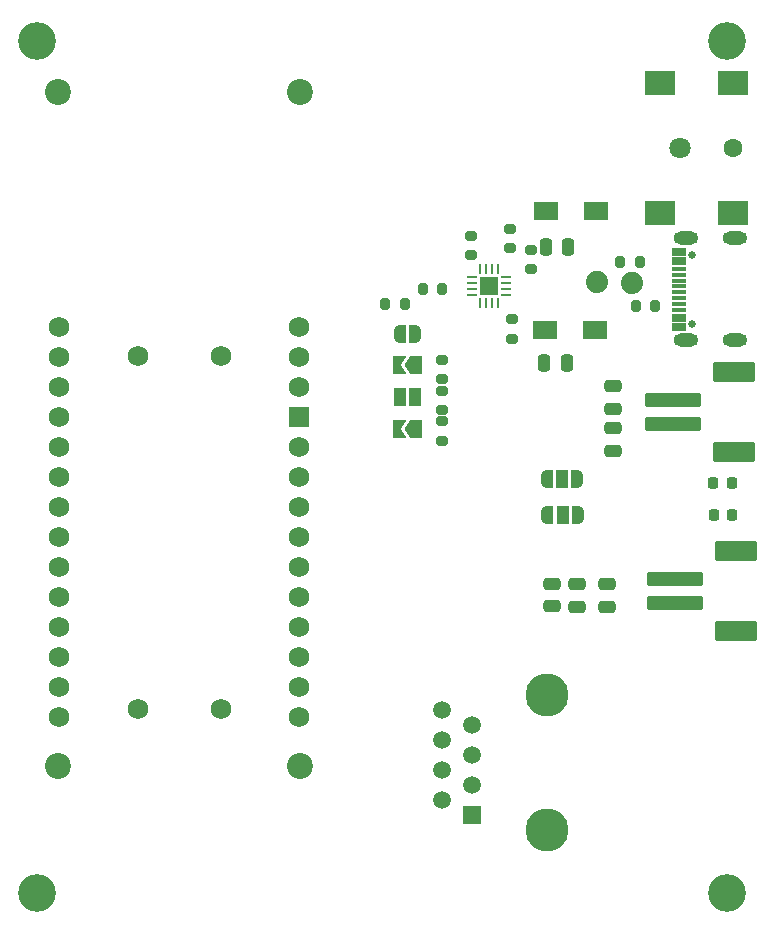
<source format=gbr>
%TF.GenerationSoftware,KiCad,Pcbnew,(6.0.8)*%
%TF.CreationDate,2023-04-21T18:27:59-07:00*%
%TF.ProjectId,Capstone_PCB,43617073-746f-46e6-955f-5043422e6b69,rev?*%
%TF.SameCoordinates,Original*%
%TF.FileFunction,Soldermask,Top*%
%TF.FilePolarity,Negative*%
%FSLAX46Y46*%
G04 Gerber Fmt 4.6, Leading zero omitted, Abs format (unit mm)*
G04 Created by KiCad (PCBNEW (6.0.8)) date 2023-04-21 18:27:59*
%MOMM*%
%LPD*%
G01*
G04 APERTURE LIST*
G04 Aperture macros list*
%AMRoundRect*
0 Rectangle with rounded corners*
0 $1 Rounding radius*
0 $2 $3 $4 $5 $6 $7 $8 $9 X,Y pos of 4 corners*
0 Add a 4 corners polygon primitive as box body*
4,1,4,$2,$3,$4,$5,$6,$7,$8,$9,$2,$3,0*
0 Add four circle primitives for the rounded corners*
1,1,$1+$1,$2,$3*
1,1,$1+$1,$4,$5*
1,1,$1+$1,$6,$7*
1,1,$1+$1,$8,$9*
0 Add four rect primitives between the rounded corners*
20,1,$1+$1,$2,$3,$4,$5,0*
20,1,$1+$1,$4,$5,$6,$7,0*
20,1,$1+$1,$6,$7,$8,$9,0*
20,1,$1+$1,$8,$9,$2,$3,0*%
%AMFreePoly0*
4,1,22,0.550000,-0.750000,0.000000,-0.750000,0.000000,-0.745033,-0.079941,-0.743568,-0.215256,-0.701293,-0.333266,-0.622738,-0.424486,-0.514219,-0.481581,-0.384460,-0.499164,-0.250000,-0.500000,-0.250000,-0.500000,0.250000,-0.499164,0.250000,-0.499963,0.256109,-0.478152,0.396186,-0.417904,0.524511,-0.324060,0.630769,-0.204165,0.706417,-0.067858,0.745374,0.000000,0.744959,0.000000,0.750000,
0.550000,0.750000,0.550000,-0.750000,0.550000,-0.750000,$1*%
%AMFreePoly1*
4,1,20,0.000000,0.744959,0.073905,0.744508,0.209726,0.703889,0.328688,0.626782,0.421226,0.519385,0.479903,0.390333,0.500000,0.250000,0.500000,-0.250000,0.499851,-0.262216,0.476331,-0.402017,0.414519,-0.529596,0.319384,-0.634700,0.198574,-0.708877,0.061801,-0.746166,0.000000,-0.745033,0.000000,-0.750000,-0.550000,-0.750000,-0.550000,0.750000,0.000000,0.750000,0.000000,0.744959,
0.000000,0.744959,$1*%
%AMFreePoly2*
4,1,6,1.000000,0.000000,0.500000,-0.750000,-0.500000,-0.750000,-0.500000,0.750000,0.500000,0.750000,1.000000,0.000000,1.000000,0.000000,$1*%
%AMFreePoly3*
4,1,6,0.500000,-0.750000,-0.650000,-0.750000,-0.150000,0.000000,-0.650000,0.750000,0.500000,0.750000,0.500000,-0.750000,0.500000,-0.750000,$1*%
%AMFreePoly4*
4,1,22,0.500000,-0.750000,0.000000,-0.750000,0.000000,-0.745033,-0.079941,-0.743568,-0.215256,-0.701293,-0.333266,-0.622738,-0.424486,-0.514219,-0.481581,-0.384460,-0.499164,-0.250000,-0.500000,-0.250000,-0.500000,0.250000,-0.499164,0.250000,-0.499963,0.256109,-0.478152,0.396186,-0.417904,0.524511,-0.324060,0.630769,-0.204165,0.706417,-0.067858,0.745374,0.000000,0.744959,0.000000,0.750000,
0.500000,0.750000,0.500000,-0.750000,0.500000,-0.750000,$1*%
%AMFreePoly5*
4,1,20,0.000000,0.744959,0.073905,0.744508,0.209726,0.703889,0.328688,0.626782,0.421226,0.519385,0.479903,0.390333,0.500000,0.250000,0.500000,-0.250000,0.499851,-0.262216,0.476331,-0.402017,0.414519,-0.529596,0.319384,-0.634700,0.198574,-0.708877,0.061801,-0.746166,0.000000,-0.745033,0.000000,-0.750000,-0.500000,-0.750000,-0.500000,0.750000,0.000000,0.750000,0.000000,0.744959,
0.000000,0.744959,$1*%
G04 Aperture macros list end*
%ADD10RoundRect,0.200000X0.275000X-0.200000X0.275000X0.200000X-0.275000X0.200000X-0.275000X-0.200000X0*%
%ADD11RoundRect,0.200000X0.200000X0.275000X-0.200000X0.275000X-0.200000X-0.275000X0.200000X-0.275000X0*%
%ADD12C,3.650000*%
%ADD13R,1.500000X1.500000*%
%ADD14C,1.500000*%
%ADD15RoundRect,0.250000X-0.475000X0.250000X-0.475000X-0.250000X0.475000X-0.250000X0.475000X0.250000X0*%
%ADD16C,1.879600*%
%ADD17C,3.200000*%
%ADD18FreePoly0,180.000000*%
%ADD19R,1.000000X1.500000*%
%ADD20FreePoly1,180.000000*%
%ADD21RoundRect,0.250000X0.475000X-0.250000X0.475000X0.250000X-0.475000X0.250000X-0.475000X-0.250000X0*%
%ADD22RoundRect,0.050800X-2.300000X0.500000X-2.300000X-0.500000X2.300000X-0.500000X2.300000X0.500000X0*%
%ADD23RoundRect,0.050800X-1.700000X-0.800000X1.700000X-0.800000X1.700000X0.800000X-1.700000X0.800000X0*%
%ADD24RoundRect,0.218750X-0.218750X-0.256250X0.218750X-0.256250X0.218750X0.256250X-0.218750X0.256250X0*%
%ADD25R,2.120000X1.500000*%
%ADD26C,1.727200*%
%ADD27RoundRect,0.250000X-0.250000X-0.475000X0.250000X-0.475000X0.250000X0.475000X-0.250000X0.475000X0*%
%ADD28FreePoly2,180.000000*%
%ADD29FreePoly3,180.000000*%
%ADD30RoundRect,0.200000X-0.275000X0.200000X-0.275000X-0.200000X0.275000X-0.200000X0.275000X0.200000X0*%
%ADD31C,1.800000*%
%ADD32C,1.600000*%
%ADD33RoundRect,0.050800X1.200000X1.000000X-1.200000X1.000000X-1.200000X-1.000000X1.200000X-1.000000X0*%
%ADD34FreePoly0,0.000000*%
%ADD35FreePoly1,0.000000*%
%ADD36FreePoly4,0.000000*%
%ADD37FreePoly5,0.000000*%
%ADD38C,2.200000*%
%ADD39R,1.727200X1.727200*%
%ADD40RoundRect,0.062500X0.062500X-0.375000X0.062500X0.375000X-0.062500X0.375000X-0.062500X-0.375000X0*%
%ADD41RoundRect,0.062500X0.375000X-0.062500X0.375000X0.062500X-0.375000X0.062500X-0.375000X-0.062500X0*%
%ADD42R,1.600000X1.600000*%
%ADD43C,0.650000*%
%ADD44RoundRect,0.050800X0.575000X-0.287500X0.575000X0.287500X-0.575000X0.287500X-0.575000X-0.287500X0*%
%ADD45RoundRect,0.050800X0.575000X-0.137500X0.575000X0.137500X-0.575000X0.137500X-0.575000X-0.137500X0*%
%ADD46O,2.101600X1.101600*%
G04 APERTURE END LIST*
D10*
%TO.C,R5*%
X151092200Y-74359600D03*
X151092200Y-72709600D03*
%TD*%
D11*
%TO.C,R1*%
X151115000Y-66770000D03*
X149465000Y-66770000D03*
%TD*%
D10*
%TO.C,R11*%
X158630000Y-65065000D03*
X158630000Y-63415000D03*
%TD*%
D12*
%TO.C,J1*%
X160012000Y-112522000D03*
X160012000Y-101092000D03*
D13*
X153662000Y-111252000D03*
D14*
X151122000Y-109982000D03*
X153662000Y-108712000D03*
X151122000Y-107442000D03*
X153662000Y-106172000D03*
X151122000Y-104902000D03*
X153662000Y-103632000D03*
X151122000Y-102362000D03*
%TD*%
D15*
%TO.C,C5*%
X165575000Y-78513000D03*
X165575000Y-80413000D03*
%TD*%
D10*
%TO.C,R3*%
X153540000Y-63855000D03*
X153540000Y-62205000D03*
%TD*%
D16*
%TO.C,*%
X167149800Y-66229600D03*
%TD*%
D17*
%TO.C,REF\u002A\u002A*%
X116840000Y-45720000D03*
X116840000Y-45720000D03*
%TD*%
D18*
%TO.C,JP1*%
X162605334Y-85863800D03*
D19*
X161305334Y-85863800D03*
D20*
X160005334Y-85863800D03*
%TD*%
D10*
%TO.C,R6*%
X151092200Y-77001200D03*
X151092200Y-75351200D03*
%TD*%
D17*
%TO.C,REF\u002A\u002A*%
X116840000Y-117856000D03*
X116840000Y-117856000D03*
%TD*%
D21*
%TO.C,C6*%
X165067000Y-93621000D03*
X165067000Y-91721000D03*
%TD*%
D19*
%TO.C,JP4*%
X148846600Y-75871400D03*
X147546600Y-75871400D03*
%TD*%
D17*
%TO.C,REF\u002A\u002A*%
X175260000Y-45720000D03*
%TD*%
D22*
%TO.C,SYSOUT0*%
X170811800Y-93315400D03*
X170811800Y-91315400D03*
D23*
X176011800Y-88915400D03*
X176011800Y-95715400D03*
%TD*%
D24*
%TO.C,D2*%
X174102300Y-85863800D03*
X175677300Y-85863800D03*
%TD*%
D25*
%TO.C,D1*%
X164057800Y-70166600D03*
X159827800Y-70166600D03*
%TD*%
D21*
%TO.C,C4*%
X160393400Y-93570200D03*
X160393400Y-91670200D03*
%TD*%
D11*
%TO.C,R7*%
X169168600Y-68210800D03*
X167518600Y-68210800D03*
%TD*%
D26*
%TO.C,*%
X132400000Y-102322000D03*
%TD*%
D27*
%TO.C,C2*%
X159773600Y-73011400D03*
X161673600Y-73011400D03*
%TD*%
D26*
%TO.C,*%
X132400000Y-72416730D03*
%TD*%
D25*
%TO.C,D4*%
X164134000Y-60159000D03*
X159904000Y-60159000D03*
%TD*%
D28*
%TO.C,JP5*%
X148921600Y-78563800D03*
D29*
X147471600Y-78563800D03*
%TD*%
D30*
%TO.C,R10*%
X156820000Y-61635000D03*
X156820000Y-63285000D03*
%TD*%
D11*
%TO.C,R4*%
X167847800Y-64477000D03*
X166197800Y-64477000D03*
%TD*%
D31*
%TO.C,J2*%
X171245000Y-54825000D03*
D32*
X175745000Y-54825000D03*
D33*
X175745000Y-60325000D03*
X169545000Y-60325000D03*
X175745000Y-49325000D03*
X169545000Y-49325000D03*
%TD*%
D22*
%TO.C,BATT0*%
X170641000Y-78151600D03*
X170641000Y-76151600D03*
D23*
X175841000Y-73751600D03*
X175841000Y-80551600D03*
%TD*%
D34*
%TO.C,JP2*%
X159961259Y-82857852D03*
D19*
X161261259Y-82857852D03*
D35*
X162561259Y-82857852D03*
%TD*%
D11*
%TO.C,R9*%
X147959600Y-67982200D03*
X146309600Y-67982200D03*
%TD*%
D16*
%TO.C,*%
X164228800Y-66178800D03*
%TD*%
D36*
%TO.C,JP6*%
X147546600Y-70537400D03*
D37*
X148846600Y-70537400D03*
%TD*%
D38*
%TO.C,XA1*%
X139076000Y-107081000D03*
X139076000Y-50081000D03*
X118576000Y-107081000D03*
X118576000Y-50081000D03*
D26*
X138986000Y-75045800D03*
X138986000Y-69965800D03*
X118666000Y-72505800D03*
X118666000Y-75045800D03*
X118666000Y-77585800D03*
X118666000Y-80125800D03*
X118666000Y-82665800D03*
X118666000Y-85205800D03*
X118666000Y-87745800D03*
X118666000Y-69965800D03*
X118666000Y-90285800D03*
X118666000Y-92825800D03*
X118666000Y-95365800D03*
X118666000Y-97905800D03*
X118666000Y-100445800D03*
X118666000Y-102985800D03*
X138986000Y-102985800D03*
X138986000Y-100445800D03*
X138986000Y-97905800D03*
X138986000Y-95365800D03*
X138986000Y-92825800D03*
X138986000Y-90285800D03*
X138986000Y-87745800D03*
X138986000Y-85205800D03*
X138986000Y-82665800D03*
D39*
X138986000Y-77585800D03*
D26*
X138986000Y-80125800D03*
X138986000Y-72505800D03*
%TD*%
%TO.C,*%
X125400000Y-72416730D03*
%TD*%
D40*
%TO.C,U1*%
X154334800Y-67895700D03*
X154834800Y-67895700D03*
X155334800Y-67895700D03*
X155834800Y-67895700D03*
D41*
X156522300Y-67208200D03*
X156522300Y-66708200D03*
X156522300Y-66208200D03*
X156522300Y-65708200D03*
D40*
X155834800Y-65020700D03*
X155334800Y-65020700D03*
X154834800Y-65020700D03*
X154334800Y-65020700D03*
D41*
X153647300Y-65708200D03*
X153647300Y-66208200D03*
X153647300Y-66708200D03*
X153647300Y-67208200D03*
D42*
X155084800Y-66458200D03*
%TD*%
D26*
%TO.C,*%
X125400000Y-102322000D03*
%TD*%
D27*
%TO.C,C1*%
X159875200Y-63181600D03*
X161775200Y-63181600D03*
%TD*%
D17*
%TO.C,*%
X175260000Y-117856000D03*
%TD*%
D21*
%TO.C,C7*%
X165575000Y-76857000D03*
X165575000Y-74957000D03*
%TD*%
D30*
%TO.C,R2*%
X157040600Y-69290800D03*
X157040600Y-70940800D03*
%TD*%
%TO.C,R8*%
X151090000Y-77915000D03*
X151090000Y-79565000D03*
%TD*%
D28*
%TO.C,JP3*%
X148921600Y-73204400D03*
D29*
X147471600Y-73204400D03*
%TD*%
D21*
%TO.C,C3*%
X162527000Y-93621000D03*
X162527000Y-91721000D03*
%TD*%
D43*
%TO.C,X1*%
X172259000Y-69653000D03*
X172259000Y-63873000D03*
D44*
X171184000Y-69963000D03*
X171184000Y-69163000D03*
D45*
X171184000Y-68013000D03*
X171184000Y-67013000D03*
X171184000Y-66513000D03*
X171184000Y-65513000D03*
D44*
X171184000Y-63563000D03*
X171184000Y-64363000D03*
D45*
X171184000Y-65013000D03*
X171184000Y-66013000D03*
X171184000Y-67513000D03*
X171184000Y-68513000D03*
D46*
X171759000Y-71083000D03*
X171759000Y-62443000D03*
X175939000Y-71083000D03*
X175939000Y-62443000D03*
%TD*%
D24*
%TO.C,D3*%
X174061500Y-83120600D03*
X175636500Y-83120600D03*
%TD*%
M02*

</source>
